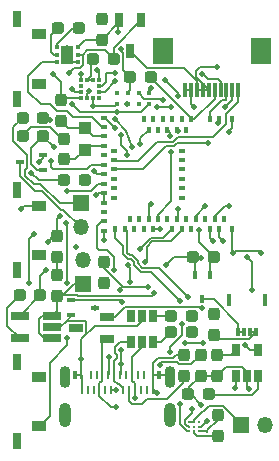
<source format=gbr>
%TF.GenerationSoftware,KiCad,Pcbnew,(5.99.0-8775-g06a515339c)*%
%TF.CreationDate,2021-03-27T13:48:36-04:00*%
%TF.ProjectId,mk2,6d6b322e-6b69-4636-9164-5f7063625858,rev?*%
%TF.SameCoordinates,Original*%
%TF.FileFunction,Copper,L1,Top*%
%TF.FilePolarity,Positive*%
%FSLAX46Y46*%
G04 Gerber Fmt 4.6, Leading zero omitted, Abs format (unit mm)*
G04 Created by KiCad (PCBNEW (5.99.0-8775-g06a515339c)) date 2021-03-27 13:48:36*
%MOMM*%
%LPD*%
G01*
G04 APERTURE LIST*
G04 Aperture macros list*
%AMRoundRect*
0 Rectangle with rounded corners*
0 $1 Rounding radius*
0 $2 $3 $4 $5 $6 $7 $8 $9 X,Y pos of 4 corners*
0 Add a 4 corners polygon primitive as box body*
4,1,4,$2,$3,$4,$5,$6,$7,$8,$9,$2,$3,0*
0 Add four circle primitives for the rounded corners*
1,1,$1+$1,$2,$3*
1,1,$1+$1,$4,$5*
1,1,$1+$1,$6,$7*
1,1,$1+$1,$8,$9*
0 Add four rect primitives between the rounded corners*
20,1,$1+$1,$2,$3,$4,$5,0*
20,1,$1+$1,$4,$5,$6,$7,0*
20,1,$1+$1,$6,$7,$8,$9,0*
20,1,$1+$1,$8,$9,$2,$3,0*%
G04 Aperture macros list end*
%TA.AperFunction,SMDPad,CuDef*%
%ADD10R,0.250000X0.750000*%
%TD*%
%TA.AperFunction,SMDPad,CuDef*%
%ADD11R,0.300000X0.750000*%
%TD*%
%TA.AperFunction,ComponentPad*%
%ADD12O,0.925000X1.850000*%
%TD*%
%TA.AperFunction,ComponentPad*%
%ADD13O,1.025000X2.050000*%
%TD*%
%TA.AperFunction,SMDPad,CuDef*%
%ADD14RoundRect,0.237500X0.287500X0.237500X-0.287500X0.237500X-0.287500X-0.237500X0.287500X-0.237500X0*%
%TD*%
%TA.AperFunction,SMDPad,CuDef*%
%ADD15RoundRect,0.237500X-0.237500X0.287500X-0.237500X-0.287500X0.237500X-0.287500X0.237500X0.287500X0*%
%TD*%
%TA.AperFunction,SMDPad,CuDef*%
%ADD16C,0.229500*%
%TD*%
%TA.AperFunction,SMDPad,CuDef*%
%ADD17RoundRect,0.237500X0.237500X-0.287500X0.237500X0.287500X-0.237500X0.287500X-0.237500X-0.287500X0*%
%TD*%
%TA.AperFunction,SMDPad,CuDef*%
%ADD18R,0.300000X0.350000*%
%TD*%
%TA.AperFunction,SMDPad,CuDef*%
%ADD19R,0.350000X0.300000*%
%TD*%
%TA.AperFunction,SMDPad,CuDef*%
%ADD20R,0.400000X0.600000*%
%TD*%
%TA.AperFunction,SMDPad,CuDef*%
%ADD21R,0.600000X0.400000*%
%TD*%
%TA.AperFunction,SMDPad,CuDef*%
%ADD22R,0.650000X1.060000*%
%TD*%
%TA.AperFunction,SMDPad,CuDef*%
%ADD23R,1.220000X0.650000*%
%TD*%
%TA.AperFunction,SMDPad,CuDef*%
%ADD24R,0.700000X0.450000*%
%TD*%
%TA.AperFunction,SMDPad,CuDef*%
%ADD25R,0.650000X1.220000*%
%TD*%
%TA.AperFunction,SMDPad,CuDef*%
%ADD26R,1.270000X0.900000*%
%TD*%
%TA.AperFunction,SMDPad,CuDef*%
%ADD27R,0.800000X1.450000*%
%TD*%
%TA.AperFunction,SMDPad,CuDef*%
%ADD28R,0.300000X1.300000*%
%TD*%
%TA.AperFunction,SMDPad,CuDef*%
%ADD29R,1.800000X2.200000*%
%TD*%
%TA.AperFunction,SMDPad,CuDef*%
%ADD30R,0.300000X0.700000*%
%TD*%
%TA.AperFunction,SMDPad,CuDef*%
%ADD31R,0.300000X1.000000*%
%TD*%
%TA.AperFunction,SMDPad,CuDef*%
%ADD32RoundRect,0.237500X-0.287500X-0.237500X0.287500X-0.237500X0.287500X0.237500X-0.287500X0.237500X0*%
%TD*%
%TA.AperFunction,SMDPad,CuDef*%
%ADD33R,0.400000X0.420000*%
%TD*%
%TA.AperFunction,ComponentPad*%
%ADD34R,1.350000X1.350000*%
%TD*%
%TA.AperFunction,ComponentPad*%
%ADD35O,1.350000X1.350000*%
%TD*%
%TA.AperFunction,SMDPad,CuDef*%
%ADD36R,0.450000X0.700000*%
%TD*%
%TA.AperFunction,SMDPad,CuDef*%
%ADD37RoundRect,0.093750X0.093750X0.106250X-0.093750X0.106250X-0.093750X-0.106250X0.093750X-0.106250X0*%
%TD*%
%TA.AperFunction,ComponentPad*%
%ADD38C,0.500000*%
%TD*%
%TA.AperFunction,SMDPad,CuDef*%
%ADD39R,1.000000X1.600000*%
%TD*%
%TA.AperFunction,SMDPad,CuDef*%
%ADD40R,1.100000X1.050000*%
%TD*%
%TA.AperFunction,SMDPad,CuDef*%
%ADD41R,1.560000X0.650000*%
%TD*%
%TA.AperFunction,ViaPad*%
%ADD42C,0.500000*%
%TD*%
%TA.AperFunction,Conductor*%
%ADD43C,0.130000*%
%TD*%
%TA.AperFunction,Conductor*%
%ADD44C,0.200000*%
%TD*%
G04 APERTURE END LIST*
D10*
%TO.P,J2,B12,GNDB__1*%
%TO.N,GND*%
X18500000Y-44775000D03*
%TO.P,J2,B11,RX1_P*%
%TO.N,N/C*%
X19000000Y-44775000D03*
%TO.P,J2,B10,RX1_N*%
X19500000Y-44775000D03*
%TO.P,J2,B9,VBUS_B__1*%
%TO.N,VUSB*%
X20000000Y-44775000D03*
%TO.P,J2,B8,SBU2*%
%TO.N,N/C*%
X20500000Y-44775000D03*
%TO.P,J2,B7,DB_N*%
%TO.N,USB_DN_EXT*%
X21000000Y-44775000D03*
%TO.P,J2,B6,DB_P*%
%TO.N,USB_DP_EXT*%
X22000000Y-44775000D03*
%TO.P,J2,B5,CC2*%
%TO.N,Net-(R11-Pad1)*%
X22500000Y-44775000D03*
%TO.P,J2,B4,VBUS_B*%
%TO.N,VUSB*%
X23000000Y-44775000D03*
%TO.P,J2,B3,TX2_N*%
%TO.N,N/C*%
X23500000Y-44775000D03*
%TO.P,J2,B2,TX2_P*%
X24000000Y-44775000D03*
%TO.P,J2,B1,GNDB*%
%TO.N,GND*%
X24500000Y-44775000D03*
%TO.P,J2,A12,GNDA__1*%
X24550000Y-43525000D03*
%TO.P,J2,A11,RX2_P*%
%TO.N,N/C*%
X23750000Y-43525000D03*
%TO.P,J2,A10,RX2_N*%
X23250000Y-43525000D03*
%TO.P,J2,A9,VBUS_A__1*%
%TO.N,VUSB*%
X22750000Y-43525000D03*
%TO.P,J2,A8,SBU1*%
%TO.N,N/C*%
X22250000Y-43525000D03*
%TO.P,J2,A7,DA_N*%
%TO.N,USB_DN_EXT*%
X21750000Y-43525000D03*
%TO.P,J2,A6,DA_P*%
%TO.N,USB_DP_EXT*%
X21250000Y-43525000D03*
%TO.P,J2,A5,CC1*%
%TO.N,Net-(R12-Pad2)*%
X20750000Y-43525000D03*
%TO.P,J2,A4,VBUS_A*%
%TO.N,VUSB*%
X20250000Y-43525000D03*
%TO.P,J2,A3,TX1_N*%
%TO.N,N/C*%
X19750000Y-43525000D03*
%TO.P,J2,A2,TX1_P*%
X19250000Y-43525000D03*
%TO.P,J2,A1,GNDA*%
%TO.N,GND*%
X18450000Y-43525000D03*
D11*
%TO.P,J2,G2,GND__1*%
X25050000Y-43525000D03*
%TO.P,J2,G1,GND*%
X17950000Y-43525000D03*
D12*
%TO.P,J2,S4,SHIELD__3*%
X25950000Y-43700000D03*
%TO.P,J2,S3,SHIELD__2*%
X17050000Y-43700000D03*
D13*
%TO.P,J2,S2,SHIELD__1*%
X25950000Y-46900000D03*
%TO.P,J2,S1,SHIELD*%
X17050000Y-46900000D03*
%TD*%
D14*
%TO.P,R4,1*%
%TO.N,Net-(IC1-Pad35)*%
X27799000Y-39878000D03*
%TO.P,R4,2*%
%TO.N,USB_DP*%
X26049000Y-39878000D03*
%TD*%
%TO.P,R13,1*%
%TO.N,BACKLIGHT*%
X29704000Y-33528000D03*
%TO.P,R13,2*%
%TO.N,GND*%
X27954000Y-33528000D03*
%TD*%
D15*
%TO.P,R14,1*%
%TO.N,VIN*%
X29718000Y-38368000D03*
%TO.P,R14,2*%
%TO.N,Net-(J4-Pad1)*%
X29718000Y-40118000D03*
%TD*%
D16*
%TO.P,U6,A1,TH*%
%TO.N,+BATT*%
X27600000Y-47477000D03*
%TO.P,U6,A2,BATT*%
X28000000Y-47477000D03*
%TO.P,U6,A3,NC*%
%TO.N,N/C*%
X28400000Y-47477000D03*
%TO.P,U6,B1,SCL*%
%TO.N,SCL*%
X27600000Y-47877000D03*
%TO.P,U6,B2,~ALRT~*%
%TO.N,N/C*%
X28000000Y-47877000D03*
%TO.P,U6,B3,SYS*%
%TO.N,BATTPOW*%
X28400000Y-47877000D03*
%TO.P,U6,C1,SDA*%
%TO.N,SDA*%
X27600000Y-48277000D03*
%TO.P,U6,C2,REG*%
%TO.N,Net-(C10-Pad1)*%
X28000000Y-48277000D03*
%TO.P,U6,C3,GND*%
%TO.N,GND*%
X28400000Y-48277000D03*
%TD*%
D17*
%TO.P,C4,1*%
%TO.N,VIN*%
X16383000Y-36816000D03*
%TO.P,C4,2*%
%TO.N,GND*%
X16383000Y-35066000D03*
%TD*%
D14*
%TO.P,C9,1*%
%TO.N,LCD_DISP*%
X24370000Y-18288000D03*
%TO.P,C9,2*%
%TO.N,GND*%
X22620000Y-18288000D03*
%TD*%
D17*
%TO.P,C8,1*%
%TO.N,+5V*%
X20193000Y-15099000D03*
%TO.P,C8,2*%
%TO.N,GND*%
X20193000Y-13349000D03*
%TD*%
D18*
%TO.P,U4,1,SDO*%
%TO.N,GND*%
X18427000Y-20079000D03*
%TO.P,U4,2,SDX*%
%TO.N,SDA*%
X18927000Y-20079000D03*
%TO.P,U4,3,VDDIO*%
%TO.N,VCC*%
X19427000Y-20079000D03*
%TO.P,U4,4*%
%TO.N,N/C*%
X19927000Y-20079000D03*
D19*
%TO.P,U4,5,INT1*%
%TO.N,ACCELINT1*%
X19952000Y-19554000D03*
%TO.P,U4,6,INT2*%
%TO.N,ACCELINT2*%
X19952000Y-19054000D03*
D18*
%TO.P,U4,7,VDD*%
%TO.N,VCC*%
X19927000Y-18529000D03*
%TO.P,U4,8,GNDIO*%
%TO.N,GND*%
X19427000Y-18529000D03*
%TO.P,U4,9,GND*%
X18927000Y-18529000D03*
%TO.P,U4,10,~CSB~*%
%TO.N,VCC*%
X18427000Y-18529000D03*
D19*
%TO.P,U4,11*%
%TO.N,N/C*%
X18402000Y-19054000D03*
%TO.P,U4,12,SCX*%
%TO.N,SCL*%
X18402000Y-19554000D03*
%TD*%
D14*
%TO.P,R15,1*%
%TO.N,BUZZER*%
X15250000Y-23250000D03*
%TO.P,R15,2*%
%TO.N,GND*%
X13500000Y-23250000D03*
%TD*%
D20*
%TO.P,IC1,1,GND_1*%
%TO.N,GND*%
X31250000Y-21850000D03*
%TO.P,IC1,2,GND_2*%
X30150000Y-21850000D03*
%TO.P,IC1,3,P1.10*%
%TO.N,LCD_CS*%
X29350000Y-21850000D03*
%TO.P,IC1,4,P1.11*%
%TO.N,LCD_DISP*%
X27750000Y-21850000D03*
%TO.P,IC1,5,P1.12*%
%TO.N,N/C*%
X27350000Y-22750000D03*
%TO.P,IC1,6,P1.13*%
X26950000Y-21850000D03*
%TO.P,IC1,7,P1.14*%
%TO.N,ACCELINT1*%
X26550000Y-22750000D03*
%TO.P,IC1,8,P1.15*%
%TO.N,N/C*%
X26150000Y-21850000D03*
%TO.P,IC1,9,P0.03*%
%TO.N,ACCELINT2*%
X25750000Y-22750000D03*
%TO.P,IC1,10,P0.29*%
%TO.N,N/C*%
X25350000Y-21850000D03*
%TO.P,IC1,11,P0.02*%
X24950000Y-22750000D03*
%TO.P,IC1,12,P0.31*%
X24550000Y-21850000D03*
%TO.P,IC1,13,P0.28*%
%TO.N,BUZZER*%
X24150000Y-22750000D03*
%TO.P,IC1,14,P0.30*%
%TO.N,N/C*%
X23750000Y-21850000D03*
D21*
%TO.P,IC1,15,GND_3*%
%TO.N,GND*%
X20350000Y-21700000D03*
%TO.P,IC1,16,P0.27*%
%TO.N,5VREG_EN*%
X20350000Y-22500000D03*
%TO.P,IC1,17,P0.00/XL1*%
%TO.N,/XL1*%
X20350000Y-23300000D03*
%TO.P,IC1,18,P0.01/XL2*%
%TO.N,/XL2*%
X20350000Y-24100000D03*
%TO.P,IC1,19,P0.26*%
%TO.N,N/C*%
X21250000Y-24500000D03*
%TO.P,IC1,20,P0.04*%
X20350000Y-24900000D03*
%TO.P,IC1,21,P0.05*%
%TO.N,SPI_CLK*%
X21250000Y-25300000D03*
%TO.P,IC1,22,P0.06*%
%TO.N,BUTTON1*%
X20350000Y-25700000D03*
%TO.P,IC1,23,P0.07*%
%TO.N,SPI_MOSI*%
X21250000Y-26100000D03*
%TO.P,IC1,24,P0.08*%
%TO.N,BUTTON5*%
X20350000Y-26500000D03*
%TO.P,IC1,25,P1.08*%
%TO.N,N/C*%
X21250000Y-26900000D03*
%TO.P,IC1,26,P1.09*%
%TO.N,BUTTON3*%
X20350000Y-27300000D03*
%TO.P,IC1,27,P0.11*%
%TO.N,N/C*%
X21250000Y-27700000D03*
%TO.P,IC1,28,VDD*%
%TO.N,VCC*%
X20350000Y-28100000D03*
%TO.P,IC1,29,P0.12*%
%TO.N,N/C*%
X21250000Y-28500000D03*
%TO.P,IC1,30,VDDH*%
%TO.N,VCC*%
X20350000Y-28900000D03*
%TO.P,IC1,31,DCCH*%
%TO.N,N/C*%
X20350000Y-29700000D03*
%TO.P,IC1,32,VBUS*%
%TO.N,VUSB*%
X20350000Y-30500000D03*
%TO.P,IC1,33,GND_4*%
%TO.N,GND*%
X20350000Y-31300000D03*
D20*
%TO.P,IC1,34,D-*%
%TO.N,Net-(IC1-Pad34)*%
X21350000Y-31150000D03*
%TO.P,IC1,35,D+*%
%TO.N,Net-(IC1-Pad35)*%
X22150000Y-31150000D03*
%TO.P,IC1,36,P0.14*%
%TO.N,N/C*%
X22550000Y-30250000D03*
%TO.P,IC1,37,P0.13*%
X22950000Y-31150000D03*
%TO.P,IC1,38,P0.16*%
X23350000Y-30250000D03*
%TO.P,IC1,39,P0.15*%
X23750000Y-31150000D03*
%TO.P,IC1,40,P0.18/RESET*%
%TO.N,RST*%
X24150000Y-30250000D03*
%TO.P,IC1,41,P0.17*%
%TO.N,RTCIRQ*%
X24550000Y-31150000D03*
%TO.P,IC1,42,P0.19*%
%TO.N,SQW*%
X24950000Y-30250000D03*
%TO.P,IC1,43,P0.21*%
%TO.N,N/C*%
X25750000Y-30250000D03*
%TO.P,IC1,44,P0.20*%
%TO.N,SDA*%
X26150000Y-31150000D03*
%TO.P,IC1,45,P0.23*%
%TO.N,BACKLIGHT*%
X26550000Y-30250000D03*
%TO.P,IC1,46,P0.22*%
%TO.N,SCL*%
X26950000Y-31150000D03*
%TO.P,IC1,47,P1.00*%
%TO.N,N/C*%
X27350000Y-30250000D03*
%TO.P,IC1,48,P0.24*%
X27750000Y-31150000D03*
%TO.P,IC1,49,P0.25*%
%TO.N,FLASHLIGHT*%
X28150000Y-30250000D03*
%TO.P,IC1,50,P1.02*%
%TO.N,N/C*%
X28950000Y-30250000D03*
%TO.P,IC1,51,SWDIO*%
%TO.N,SWDIO*%
X29350000Y-31150000D03*
%TO.P,IC1,52,P0.09/NFC1*%
%TO.N,CHGNG*%
X29750000Y-30250000D03*
%TO.P,IC1,53,SWDCLK*%
%TO.N,SWDCLK*%
X30150000Y-31150000D03*
%TO.P,IC1,54,P0.10/NFC2*%
%TO.N,N/C*%
X30550000Y-30250000D03*
%TO.P,IC1,55,GND_5*%
%TO.N,GND*%
X31250000Y-31150000D03*
D21*
%TO.P,IC1,56,P1.04*%
%TO.N,N/C*%
X26950000Y-24500000D03*
%TO.P,IC1,57,P1.06*%
X26950000Y-25300000D03*
%TO.P,IC1,58,P1.07*%
X26950000Y-26100000D03*
%TO.P,IC1,59,P1.05*%
X26950000Y-26900000D03*
%TO.P,IC1,60,P1.03*%
X26950000Y-27700000D03*
%TO.P,IC1,61,P1.01*%
X26950000Y-28500000D03*
%TD*%
D22*
%TO.P,U3,1,STAT*%
%TO.N,CHGNG*%
X31550000Y-43600000D03*
%TO.P,U3,2,VSS*%
%TO.N,GND*%
X32500000Y-43600000D03*
%TO.P,U3,3,VBAT*%
%TO.N,BATTPOW*%
X33450000Y-43600000D03*
%TO.P,U3,4,VDD*%
%TO.N,VUSB*%
X33450000Y-41400000D03*
%TO.P,U3,5,PROG*%
%TO.N,Net-(R9-Pad1)*%
X31550000Y-41400000D03*
%TD*%
D17*
%TO.P,C10,1*%
%TO.N,Net-(C10-Pad1)*%
X30000000Y-48627000D03*
%TO.P,C10,2*%
%TO.N,GND*%
X30000000Y-46877000D03*
%TD*%
D23*
%TO.P,D1,1,A*%
%TO.N,VUSB*%
X20620000Y-40450000D03*
%TO.P,D1,2,A*%
%TO.N,BATTPOW*%
X20620000Y-38550000D03*
%TO.P,D1,3,K*%
%TO.N,Net-(D1-Pad3)*%
X18000000Y-39500000D03*
%TD*%
D24*
%TO.P,Q4,1,G*%
%TO.N,BUZZER*%
X15250000Y-26150000D03*
%TO.P,Q4,2,S*%
%TO.N,GND*%
X15250000Y-24850000D03*
%TO.P,Q4,3,D*%
%TO.N,Net-(J3-Pad2)*%
X13250000Y-25500000D03*
%TD*%
D14*
%TO.P,C20,1*%
%TO.N,BATTPOW*%
X29250000Y-45127000D03*
%TO.P,C20,2*%
%TO.N,GND*%
X27500000Y-45127000D03*
%TD*%
D22*
%TO.P,U5,1,CH1Out*%
%TO.N,USB_DN*%
X24572000Y-38524000D03*
%TO.P,U5,2,GND*%
%TO.N,GND*%
X23622000Y-38524000D03*
%TO.P,U5,3,CH1In*%
%TO.N,USB_DN_EXT*%
X22672000Y-38524000D03*
%TO.P,U5,4,CH2Int*%
%TO.N,USB_DP_EXT*%
X22672000Y-40724000D03*
%TO.P,U5,5,VCC*%
%TO.N,VUSB*%
X23622000Y-40724000D03*
%TO.P,U5,6,CH2Out*%
%TO.N,USB_DP*%
X24572000Y-40724000D03*
%TD*%
D25*
%TO.P,D2,1,A*%
%TO.N,VIN*%
X23556000Y-13422000D03*
%TO.P,D2,2,A*%
%TO.N,+5V*%
X21656000Y-13422000D03*
%TO.P,D2,3,K*%
%TO.N,DISP_POWER*%
X22606000Y-16042000D03*
%TD*%
D26*
%TO.P,SW2,1,1*%
%TO.N,GND*%
X14885000Y-14650000D03*
%TO.P,SW2,2,2*%
%TO.N,BUTTON1*%
X14885000Y-18850000D03*
D27*
%TO.P,SW2,3*%
%TO.N,N/C*%
X13000000Y-13375000D03*
%TO.P,SW2,4*%
X13000000Y-20125000D03*
%TD*%
D28*
%TO.P,J1,1,Pin_1*%
%TO.N,SPI_CLK*%
X31750000Y-19350000D03*
%TO.P,J1,2,Pin_2*%
%TO.N,SPI_MOSI*%
X31250000Y-19350000D03*
%TO.P,J1,3,Pin_3*%
%TO.N,LCD_CS*%
X30750000Y-19350000D03*
%TO.P,J1,4,Pin_4*%
%TO.N,SQW*%
X30250000Y-19350000D03*
%TO.P,J1,5,Pin_5*%
%TO.N,LCD_DISP*%
X29750000Y-19350000D03*
%TO.P,J1,6,Pin_6*%
%TO.N,DISP_POWER*%
X29250000Y-19350000D03*
%TO.P,J1,7,Pin_7*%
X28750000Y-19350000D03*
%TO.P,J1,8,Pin_8*%
X28250000Y-19350000D03*
%TO.P,J1,9,Pin_9*%
%TO.N,GND*%
X27750000Y-19350000D03*
%TO.P,J1,10,Pin_10*%
X27250000Y-19350000D03*
D29*
%TO.P,J1,MP*%
%TO.N,N/C*%
X25350000Y-16100000D03*
X33650000Y-16100000D03*
%TD*%
D15*
%TO.P,R9,1*%
%TO.N,Net-(R9-Pad1)*%
X29972000Y-41797000D03*
%TO.P,R9,2*%
%TO.N,GND*%
X29972000Y-43547000D03*
%TD*%
D30*
%TO.P,J4,1,1*%
%TO.N,Net-(J4-Pad1)*%
X33250000Y-39825000D03*
%TO.P,J4,2,2*%
X32750000Y-39825000D03*
%TO.P,J4,3,3*%
%TO.N,Net-(J4-Pad3)*%
X32250000Y-39825000D03*
%TO.P,J4,4,4*%
X31750000Y-39825000D03*
D31*
%TO.P,J4,S1,SHIELD*%
%TO.N,N/C*%
X34040000Y-37175000D03*
%TO.P,J4,S2,SHIELD__1*%
X30960000Y-37175000D03*
%TD*%
D15*
%TO.P,C2,1*%
%TO.N,GND*%
X17000000Y-23500000D03*
%TO.P,C2,2*%
%TO.N,/XL2*%
X17000000Y-25250000D03*
%TD*%
D32*
%TO.P,C5,1*%
%TO.N,GND*%
X19445000Y-16764000D03*
%TO.P,C5,2*%
%TO.N,VIN*%
X21195000Y-16764000D03*
%TD*%
D33*
%TO.P,IC2,1,SDA*%
%TO.N,SDA*%
X24210000Y-19616000D03*
%TO.P,IC2,2,SQW*%
%TO.N,SQW*%
X23310000Y-19616000D03*
%TO.P,IC2,3,VSS*%
%TO.N,GND*%
X22410000Y-19616000D03*
%TO.P,IC2,4*%
%TO.N,N/C*%
X21510000Y-19616000D03*
%TO.P,IC2,5,VCC*%
%TO.N,VCC*%
X21510000Y-20516000D03*
%TO.P,IC2,6,~IRQ/OUT~*%
%TO.N,RTCIRQ*%
X22410000Y-20516000D03*
%TO.P,IC2,7*%
%TO.N,N/C*%
X23310000Y-20516000D03*
%TO.P,IC2,8,SCL*%
%TO.N,SCL*%
X24210000Y-20516000D03*
%TD*%
D34*
%TO.P,BT1,1,+*%
%TO.N,+BATT*%
X32000000Y-47750000D03*
D35*
%TO.P,BT1,2,-*%
%TO.N,GND*%
X34000000Y-47750000D03*
%TD*%
D15*
%TO.P,R2,1*%
%TO.N,FLASHLIGHT*%
X20400000Y-33925000D03*
%TO.P,R2,2*%
%TO.N,GND*%
X20400000Y-35675000D03*
%TD*%
D26*
%TO.P,SW4,1,1*%
%TO.N,GND*%
X14885000Y-43650000D03*
%TO.P,SW4,2,2*%
%TO.N,BUTTON3*%
X14885000Y-47850000D03*
D27*
%TO.P,SW4,3*%
%TO.N,N/C*%
X13000000Y-42375000D03*
%TO.P,SW4,4*%
X13000000Y-49125000D03*
%TD*%
D14*
%TO.P,C6,1*%
%TO.N,Net-(C6-Pad1)*%
X18274000Y-14097000D03*
%TO.P,C6,2*%
%TO.N,Net-(C6-Pad2)*%
X16524000Y-14097000D03*
%TD*%
D36*
%TO.P,Q3,1,G*%
%TO.N,BACKLIGHT*%
X29352000Y-35068000D03*
%TO.P,Q3,2,S*%
%TO.N,GND*%
X28052000Y-35068000D03*
%TO.P,Q3,3,D*%
%TO.N,Net-(J4-Pad3)*%
X28702000Y-37068000D03*
%TD*%
D37*
%TO.P,U1,1,GND*%
%TO.N,GND*%
X18140500Y-17033000D03*
%TO.P,U1,2,VIN*%
%TO.N,VIN*%
X18140500Y-16383000D03*
%TO.P,U1,3,VOUT*%
%TO.N,+5V*%
X18140500Y-15733000D03*
%TO.P,U1,4,CP+*%
%TO.N,Net-(C6-Pad1)*%
X16365500Y-15733000D03*
%TO.P,U1,5,CP-*%
%TO.N,Net-(C6-Pad2)*%
X16365500Y-16383000D03*
%TO.P,U1,6,ENA*%
%TO.N,5VREG_EN*%
X16365500Y-17033000D03*
D38*
%TO.P,U1,7,EP*%
%TO.N,GND*%
X17253000Y-15833000D03*
X17253000Y-16933000D03*
D39*
X17253000Y-16383000D03*
%TD*%
D40*
%TO.P,Y1,1,1*%
%TO.N,/XL2*%
X18750000Y-24425000D03*
%TO.P,Y1,2,2*%
%TO.N,/XL1*%
X18750000Y-22575000D03*
%TD*%
D15*
%TO.P,C7,1*%
%TO.N,VCC*%
X16383000Y-31764000D03*
%TO.P,C7,2*%
%TO.N,GND*%
X16383000Y-33514000D03*
%TD*%
D24*
%TO.P,Q1,1,G*%
%TO.N,FLASHLIGHT*%
X17600000Y-37150000D03*
%TO.P,Q1,2,S*%
%TO.N,GND*%
X17600000Y-38450000D03*
%TO.P,Q1,3,D*%
%TO.N,Net-(J6-Pad2)*%
X19600000Y-37800000D03*
%TD*%
D14*
%TO.P,R3,1*%
%TO.N,Net-(IC1-Pad34)*%
X27799000Y-38481000D03*
%TO.P,R3,2*%
%TO.N,USB_DN*%
X26049000Y-38481000D03*
%TD*%
D34*
%TO.P,J6,1,Pin_1*%
%TO.N,VIN*%
X18600000Y-35800000D03*
D35*
%TO.P,J6,2,Pin_2*%
%TO.N,Net-(J6-Pad2)*%
X18600000Y-33800000D03*
%TD*%
D17*
%TO.P,R11,1*%
%TO.N,Net-(R11-Pad1)*%
X27178000Y-43547000D03*
%TO.P,R11,2*%
%TO.N,GND*%
X27178000Y-41797000D03*
%TD*%
D14*
%TO.P,R16,1*%
%TO.N,VCC*%
X15250000Y-21750000D03*
%TO.P,R16,2*%
%TO.N,Net-(J3-Pad1)*%
X13500000Y-21750000D03*
%TD*%
%TO.P,C3,1*%
%TO.N,VCC*%
X18750000Y-27000000D03*
%TO.P,C3,2*%
%TO.N,GND*%
X17000000Y-27000000D03*
%TD*%
D26*
%TO.P,SW1,1,1*%
%TO.N,GND*%
X14885000Y-29150000D03*
%TO.P,SW1,2,2*%
%TO.N,BUTTON5*%
X14885000Y-33350000D03*
D27*
%TO.P,SW1,3*%
%TO.N,N/C*%
X13000000Y-27875000D03*
%TO.P,SW1,4*%
X13000000Y-34625000D03*
%TD*%
D34*
%TO.P,J3,1,Pin_1*%
%TO.N,Net-(J3-Pad1)*%
X18415000Y-28972000D03*
D35*
%TO.P,J3,2,Pin_2*%
%TO.N,Net-(J3-Pad2)*%
X18415000Y-30972000D03*
%TD*%
D17*
%TO.P,R12,1*%
%TO.N,GND*%
X28575000Y-43547000D03*
%TO.P,R12,2*%
%TO.N,Net-(R12-Pad2)*%
X28575000Y-41797000D03*
%TD*%
D41*
%TO.P,U2,1,VIN*%
%TO.N,VIN*%
X15950000Y-40400000D03*
%TO.P,U2,2,GND*%
%TO.N,GND*%
X15950000Y-39450000D03*
%TO.P,U2,3,EN*%
%TO.N,VIN*%
X15950000Y-38500000D03*
%TO.P,U2,4,FB*%
%TO.N,VCC*%
X13250000Y-38500000D03*
%TO.P,U2,5,SW*%
%TO.N,Net-(L1-Pad1)*%
X13250000Y-40400000D03*
%TD*%
D32*
%TO.P,L1,1,1*%
%TO.N,Net-(L1-Pad1)*%
X13250000Y-36750000D03*
%TO.P,L1,2,2*%
%TO.N,VCC*%
X15000000Y-36750000D03*
%TD*%
D15*
%TO.P,C1,1*%
%TO.N,GND*%
X16750000Y-20250000D03*
%TO.P,C1,2*%
%TO.N,/XL1*%
X16750000Y-22000000D03*
%TD*%
D42*
%TO.N,GND*%
X33655000Y-33172400D03*
X20269200Y-13258800D03*
X14909800Y-25425400D03*
X14986000Y-14478000D03*
X20421600Y-32054800D03*
X18449968Y-42150032D03*
X21336000Y-22606000D03*
X30073600Y-22148800D03*
X16967200Y-23317200D03*
X27200000Y-41800000D03*
X20400000Y-35600000D03*
X28586081Y-33568972D03*
X32639000Y-44704000D03*
X28575000Y-43547000D03*
X13614400Y-23418800D03*
X21831000Y-15937999D03*
X30073600Y-43561000D03*
X14224000Y-26365200D03*
X24900000Y-45000000D03*
X25600000Y-34200000D03*
X28600000Y-46000000D03*
X16052800Y-18034000D03*
X31292800Y-33172400D03*
X30175200Y-46812200D03*
X17983200Y-32664400D03*
X16383000Y-35066000D03*
X19304000Y-16764000D03*
X15000000Y-43600000D03*
X27990800Y-20777200D03*
X13335000Y-29464000D03*
X30937200Y-22910800D03*
%TO.N,VCC*%
X19822694Y-17679875D03*
X15487056Y-34588825D03*
X22301200Y-24892000D03*
X18750000Y-27000000D03*
X16662400Y-30022800D03*
X15825000Y-21925392D03*
X15600000Y-32200000D03*
X19456400Y-20726400D03*
X21793200Y-23164800D03*
X18427000Y-18020600D03*
X19685000Y-28270200D03*
%TO.N,VIN*%
X14000000Y-35750000D03*
X14419999Y-31580001D03*
X24638000Y-36576000D03*
X15950000Y-38500000D03*
X17399000Y-17907000D03*
X29718000Y-38368000D03*
X16383000Y-36816000D03*
%TO.N,BATTPOW*%
X29250000Y-45127000D03*
X29075147Y-47396517D03*
X28702000Y-37868002D03*
%TO.N,VUSB*%
X32325002Y-41000000D03*
X28800009Y-40800000D03*
X23665010Y-40724000D03*
X21249148Y-34630852D03*
X27200000Y-40800000D03*
X21400000Y-46200000D03*
X20620000Y-40450000D03*
X22999617Y-45416901D03*
%TO.N,Net-(IC1-Pad34)*%
X26797000Y-37211000D03*
X27799000Y-38481000D03*
%TO.N,Net-(IC1-Pad35)*%
X27483838Y-36855038D03*
X27799000Y-39878000D03*
%TO.N,RST*%
X24341010Y-28998990D03*
%TO.N,SWDIO*%
X29591000Y-32131000D03*
%TO.N,SWDCLK*%
X30480000Y-32131000D03*
%TO.N,SQW*%
X28702000Y-18034000D03*
X26070863Y-24643340D03*
X25400000Y-20193000D03*
%TO.N,SDA*%
X26814872Y-45995290D03*
X19123667Y-19480928D03*
X23400000Y-32800000D03*
X22758400Y-24180800D03*
X21323702Y-21854327D03*
X24333200Y-19202400D03*
%TO.N,RTCIRQ*%
X22352000Y-20574000D03*
X25146000Y-31115000D03*
%TO.N,SCL*%
X26991028Y-39192882D03*
X23876000Y-33909000D03*
X21452997Y-21219003D03*
X22390798Y-34190798D03*
X17673385Y-20594010D03*
X25979659Y-41521428D03*
X17653000Y-19304000D03*
X27800000Y-46400000D03*
X22600000Y-35600000D03*
%TO.N,BACKLIGHT*%
X26670000Y-29464000D03*
X28440990Y-31195332D03*
%TO.N,BUZZER*%
X16118817Y-24224193D03*
X23446133Y-23976758D03*
%TO.N,CHGNG*%
X32893000Y-36307000D03*
X30988000Y-29210000D03*
X31496000Y-44577000D03*
X32492000Y-33508000D03*
%TO.N,SPI_MOSI*%
X29210000Y-23876000D03*
X30607000Y-20828000D03*
%TO.N,BUTTON1*%
X14885000Y-18850000D03*
X15890675Y-25418525D03*
%TO.N,BUTTON5*%
X19536732Y-26267732D03*
X14885009Y-33350000D03*
%TO.N,BUTTON3*%
X17200000Y-30600000D03*
X17272000Y-35728000D03*
X17272000Y-27925000D03*
X17272000Y-40328000D03*
%TO.N,DISP_POWER*%
X29972000Y-17429000D03*
%TO.N,ACCELINT2*%
X24892000Y-20828000D03*
X26035000Y-20828000D03*
X21336000Y-17907000D03*
X25965209Y-23283318D03*
%TO.N,ACCELINT1*%
X25553943Y-18548721D03*
X26653168Y-22843168D03*
X21336000Y-18643600D03*
X26635326Y-19896775D03*
%TO.N,+5V*%
X21590000Y-14478000D03*
%TO.N,USB_DN_EXT*%
X21800000Y-41400000D03*
X21400000Y-44800000D03*
X22672000Y-38524000D03*
X21800000Y-42600000D03*
%TO.N,FLASHLIGHT*%
X21714158Y-36301245D03*
X21900000Y-37300000D03*
X24130000Y-36068000D03*
X28956000Y-29210000D03*
%TO.N,Net-(D1-Pad3)*%
X18000000Y-39500000D03*
%TO.N,Net-(R12-Pad2)*%
X20800000Y-42000000D03*
X25111855Y-42616481D03*
%TO.N,Net-(J6-Pad2)*%
X19600000Y-37800000D03*
%TD*%
D43*
%TO.N,GND*%
X25050000Y-43525000D02*
X25775000Y-43525000D01*
X25775000Y-43525000D02*
X25950000Y-43700000D01*
X24550000Y-43525000D02*
X25050000Y-43525000D01*
X17950000Y-43525000D02*
X18450000Y-43525000D01*
X18449968Y-43491068D02*
X18449968Y-42150032D01*
X23622000Y-38906020D02*
X23209009Y-39319011D01*
X27727000Y-45127000D02*
X28600000Y-46000000D01*
X14240020Y-22509980D02*
X13500000Y-23250000D01*
X31250000Y-22598000D02*
X30937200Y-22910800D01*
X18822009Y-38909989D02*
X17209989Y-38909989D01*
X22620000Y-19406000D02*
X22410000Y-19616000D01*
X27250000Y-19350000D02*
X27750000Y-19350000D01*
X31242000Y-31599952D02*
X31242000Y-33121600D01*
X31250000Y-31591952D02*
X31242000Y-31599952D01*
X18427000Y-20079000D02*
X16921000Y-20079000D01*
X17600000Y-38519978D02*
X17209989Y-38909989D01*
X27178000Y-41797000D02*
X26466304Y-41797000D01*
X31250000Y-21850000D02*
X31250000Y-22598000D01*
X19304000Y-18152000D02*
X19304000Y-16764000D01*
X30150000Y-22072400D02*
X30073600Y-22148800D01*
X21831000Y-15937999D02*
X21831000Y-16015000D01*
X16507301Y-23192301D02*
X15824980Y-22509980D01*
X24963561Y-42036439D02*
X24550032Y-42449968D01*
X27500000Y-45127000D02*
X27500000Y-44636000D01*
X24641068Y-44741068D02*
X24900000Y-45000000D01*
X31242000Y-33121600D02*
X31292800Y-33172400D01*
X27750000Y-20536400D02*
X27990800Y-20777200D01*
X19427000Y-18529000D02*
X18927000Y-18529000D01*
X15824980Y-22509980D02*
X14240020Y-22509980D01*
X26272000Y-33528000D02*
X27954000Y-33528000D01*
X29125400Y-48277000D02*
X29133800Y-48285400D01*
X18499244Y-44741068D02*
X18499244Y-43540344D01*
X28052000Y-35068000D02*
X28052000Y-33626000D01*
X26226865Y-42036439D02*
X24963561Y-42036439D01*
X18449968Y-42150032D02*
X18449968Y-40462052D01*
X33475599Y-32992999D02*
X33655000Y-33172400D01*
X20430000Y-21700000D02*
X21336000Y-22606000D01*
X26466304Y-41797000D02*
X26226865Y-42036439D01*
X20350000Y-31300000D02*
X20350000Y-31983200D01*
X22620000Y-18288000D02*
X22620000Y-19406000D01*
X18030000Y-32711200D02*
X17983200Y-32664400D01*
X28400000Y-48277000D02*
X29125400Y-48277000D01*
X23209009Y-39319011D02*
X19593009Y-39319011D01*
X31472201Y-32992999D02*
X33475599Y-32992999D01*
X18875011Y-38962991D02*
X18822009Y-38909989D01*
X24550032Y-42449968D02*
X24550032Y-43491068D01*
X31292800Y-33172400D02*
X31472201Y-32992999D01*
X18875011Y-40037009D02*
X18875011Y-38962991D01*
X16750000Y-20250000D02*
X16750000Y-18731200D01*
X29133800Y-48158400D02*
X30000000Y-47292200D01*
X28545109Y-33528000D02*
X28586081Y-33568972D01*
X18449968Y-40462052D02*
X19593009Y-39319011D01*
X27750000Y-19350000D02*
X27750000Y-20536400D01*
X16383000Y-35066000D02*
X16383000Y-33514000D01*
X16669978Y-39450000D02*
X15950000Y-39450000D01*
X25600000Y-34200000D02*
X26272000Y-33528000D01*
X17000000Y-27000000D02*
X14858800Y-27000000D01*
X16750000Y-18731200D02*
X16052800Y-18034000D01*
X20400000Y-35675000D02*
X20400000Y-35600000D01*
X21985020Y-17717820D02*
X22555200Y-18288000D01*
X24499994Y-44741068D02*
X24641068Y-44741068D01*
X21985020Y-16244620D02*
X21985020Y-17717820D01*
X21831000Y-16015000D02*
X21793200Y-16052800D01*
X20350000Y-31983200D02*
X20421600Y-32054800D01*
X14858800Y-27000000D02*
X14224000Y-26365200D01*
X13649000Y-29150000D02*
X13335000Y-29464000D01*
X17209989Y-38909989D02*
X16669978Y-39450000D01*
X32500000Y-43600000D02*
X32500000Y-44565000D01*
X16967200Y-23317200D02*
X16507301Y-23192301D01*
X18140500Y-17033000D02*
X17353000Y-17033000D01*
X32500000Y-44565000D02*
X32639000Y-44704000D01*
X27500000Y-44636000D02*
X28575000Y-43561000D01*
X15250000Y-25085200D02*
X14909800Y-25425400D01*
X15250000Y-24850000D02*
X15250000Y-25085200D01*
X32500000Y-43217980D02*
X32082020Y-42800000D01*
X31250000Y-31150000D02*
X31250000Y-31591952D01*
X17600000Y-38450000D02*
X17600000Y-38519978D01*
X29133800Y-48285400D02*
X29133800Y-48158400D01*
X30719000Y-42800000D02*
X29972000Y-43547000D01*
X21793200Y-16052800D02*
X21985020Y-16244620D01*
X28575000Y-43561000D02*
X29958000Y-43561000D01*
X14885000Y-29150000D02*
X13649000Y-29150000D01*
X32082020Y-42800000D02*
X30719000Y-42800000D01*
X27954000Y-33528000D02*
X28545109Y-33528000D01*
X24550032Y-43491068D02*
X24550032Y-44691030D01*
X18927000Y-18529000D02*
X19304000Y-18152000D01*
%TO.N,+BATT*%
X28847201Y-46515001D02*
X28799952Y-46515001D01*
X28799952Y-46515001D02*
X28000000Y-47314953D01*
X28000000Y-47314953D02*
X28000000Y-47477000D01*
X29275222Y-46086980D02*
X28847201Y-46515001D01*
X32000000Y-47641328D02*
X30445652Y-46086980D01*
X27600000Y-47477000D02*
X28000000Y-47477000D01*
X30445652Y-46086980D02*
X29275222Y-46086980D01*
%TO.N,VCC*%
X16383000Y-31764000D02*
X16383000Y-30302200D01*
X19427000Y-20697000D02*
X19456400Y-20726400D01*
X16383000Y-30302200D02*
X16662400Y-30022800D01*
X20350000Y-28900000D02*
X20350000Y-28100000D01*
X21793200Y-24066180D02*
X21793200Y-23164800D01*
X22301200Y-24892000D02*
X22301200Y-24574180D01*
X22301200Y-24574180D02*
X21793200Y-24066180D01*
X19939000Y-18517000D02*
X19939000Y-18237020D01*
X15000000Y-35075881D02*
X15000000Y-36750000D01*
X15487056Y-34588825D02*
X15000000Y-35075881D01*
X19427000Y-20079000D02*
X19427000Y-20697000D01*
X18427000Y-18529000D02*
X18427000Y-18020600D01*
X15825000Y-21925392D02*
X15425392Y-21925392D01*
X19927000Y-18529000D02*
X19927000Y-17784181D01*
X21299600Y-20726400D02*
X19456400Y-20726400D01*
X15000000Y-36750000D02*
X13250000Y-38500000D01*
X21510000Y-20516000D02*
X21299600Y-20726400D01*
X16036000Y-31764000D02*
X15600000Y-32200000D01*
X19855200Y-28100000D02*
X19685000Y-28270200D01*
X19927000Y-17784181D02*
X19822694Y-17679875D01*
X20350000Y-28100000D02*
X19855200Y-28100000D01*
X16383000Y-31764000D02*
X16036000Y-31764000D01*
X18338800Y-17932400D02*
X18427000Y-18020600D01*
%TO.N,VIN*%
X15094000Y-38500000D02*
X15950000Y-38500000D01*
X17800401Y-17505599D02*
X18375279Y-17505599D01*
X16383000Y-36816000D02*
X16383000Y-38067000D01*
X16489011Y-36709989D02*
X18073000Y-36709989D01*
X15317980Y-40400000D02*
X14859000Y-39941020D01*
X14034989Y-35715011D02*
X14000000Y-35750000D01*
X20454980Y-16023980D02*
X18949348Y-16023980D01*
X18593020Y-17287858D02*
X18593020Y-16380308D01*
X14034989Y-31965011D02*
X14034989Y-35715011D01*
X21195000Y-16764000D02*
X21195000Y-15783000D01*
X18375279Y-17505599D02*
X18593020Y-17287858D01*
X18590328Y-16383000D02*
X18949348Y-16023980D01*
X24412000Y-36802000D02*
X24638000Y-36576000D01*
X14859000Y-39941020D02*
X14859000Y-38735000D01*
X18073000Y-36709989D02*
X18165011Y-36802000D01*
X17399000Y-17907000D02*
X17800401Y-17505599D01*
X16383000Y-38067000D02*
X15950000Y-38500000D01*
X14859000Y-38735000D02*
X15094000Y-38500000D01*
X14419999Y-31580001D02*
X14034989Y-31965011D01*
X17874000Y-35800000D02*
X16858000Y-36816000D01*
X16397000Y-36802000D02*
X16489011Y-36709989D01*
X18140500Y-16383000D02*
X18590328Y-16383000D01*
X16858000Y-36816000D02*
X16383000Y-36816000D01*
X21195000Y-16764000D02*
X20454980Y-16023980D01*
X21195000Y-15783000D02*
X23556000Y-13422000D01*
X18600000Y-35800000D02*
X17874000Y-35800000D01*
X18165011Y-36802000D02*
X24412000Y-36802000D01*
%TO.N,Net-(C10-Pad1)*%
X28217714Y-48656761D02*
X28000000Y-48439047D01*
X29970239Y-48656761D02*
X28217714Y-48656761D01*
X28000000Y-48439047D02*
X28000000Y-48277000D01*
%TO.N,BATTPOW*%
X21338202Y-38550000D02*
X22159213Y-37728989D01*
X33450000Y-44655202D02*
X32886201Y-45219001D01*
X28400000Y-47877000D02*
X28594664Y-47877000D01*
X20620000Y-38550000D02*
X21338202Y-38550000D01*
X28562987Y-37728989D02*
X28702000Y-37868002D01*
X28594664Y-47877000D02*
X29075147Y-47396517D01*
X32886201Y-45219001D02*
X29342001Y-45219001D01*
X33450000Y-43600000D02*
X33450000Y-44655202D01*
X22159213Y-37728989D02*
X28562987Y-37728989D01*
%TO.N,VUSB*%
X19967991Y-32927011D02*
X20627011Y-32927011D01*
X22750696Y-41977324D02*
X23622000Y-41106020D01*
X20250066Y-43967630D02*
X19999622Y-44218074D01*
X20250066Y-40819934D02*
X20620000Y-40450000D01*
X19999622Y-45264062D02*
X20935560Y-46200000D01*
X20627011Y-32927011D02*
X21249148Y-33549148D01*
X20172980Y-30500000D02*
X19784989Y-30887991D01*
X27200000Y-40800000D02*
X28800009Y-40800000D01*
X20935560Y-46200000D02*
X21400000Y-46200000D01*
X19999622Y-44218074D02*
X19999622Y-44741068D01*
X32725002Y-41400000D02*
X32325002Y-41000000D01*
X19784989Y-32744009D02*
X19967991Y-32927011D01*
X22999616Y-44218074D02*
X22999616Y-44741068D01*
X22750696Y-43491068D02*
X22750696Y-43969154D01*
X21249148Y-33549148D02*
X21249148Y-34630852D01*
X22750696Y-43969154D02*
X22999616Y-44218074D01*
X33450000Y-41400000D02*
X32725002Y-41400000D01*
X19784989Y-30887991D02*
X19784989Y-32744009D01*
X20250066Y-40819934D02*
X20250066Y-43491068D01*
X22999617Y-45416901D02*
X22999617Y-44741069D01*
X19999622Y-44741068D02*
X19999622Y-45264062D01*
X20250066Y-43491068D02*
X20250066Y-43967630D01*
X22750696Y-43491068D02*
X22750696Y-41977324D01*
%TO.N,Net-(IC1-Pad34)*%
X22413889Y-33675797D02*
X22637999Y-33675797D01*
X22014988Y-32600400D02*
X22014988Y-33276896D01*
X22905799Y-34167707D02*
X23492104Y-34754012D01*
X24340012Y-34754012D02*
X26797000Y-37211000D01*
X22905799Y-33943597D02*
X22905799Y-34167707D01*
X23492104Y-34754012D02*
X24340012Y-34754012D01*
X22014988Y-33276896D02*
X22413889Y-33675797D01*
X21350000Y-31150000D02*
X21350000Y-31935412D01*
X21350000Y-31935412D02*
X22014988Y-32600400D01*
X22637999Y-33675797D02*
X22905799Y-33943597D01*
%TO.N,Net-(IC1-Pad35)*%
X22550584Y-33345786D02*
X22774694Y-33345786D01*
X22344999Y-31344999D02*
X22344999Y-33140201D01*
X23628799Y-34424001D02*
X25052801Y-34424001D01*
X22344999Y-33140201D02*
X22550584Y-33345786D01*
X23235810Y-34031012D02*
X23628799Y-34424001D01*
X23235810Y-33806902D02*
X23235810Y-34031012D01*
X25052801Y-34424001D02*
X27483838Y-36855038D01*
X22774694Y-33345786D02*
X23235810Y-33806902D01*
X22150000Y-31150000D02*
X22344999Y-31344999D01*
%TO.N,RST*%
X24150000Y-30250000D02*
X24150000Y-29190000D01*
X24150000Y-29190000D02*
X24341010Y-28998990D01*
%TO.N,SWDIO*%
X29350000Y-31890000D02*
X29591000Y-32131000D01*
X29350000Y-31150000D02*
X29350000Y-31890000D01*
%TO.N,SWDCLK*%
X30150000Y-31150000D02*
X30150000Y-31801000D01*
X30150000Y-31801000D02*
X30480000Y-32131000D01*
%TO.N,SQW*%
X24950000Y-29914000D02*
X26070863Y-28793137D01*
X23784989Y-20090989D02*
X23310000Y-19616000D01*
X25400000Y-20193000D02*
X25297989Y-20090989D01*
X28776093Y-18034000D02*
X28702000Y-18034000D01*
X24950000Y-30250000D02*
X24950000Y-29914000D01*
X29177082Y-18434989D02*
X28776093Y-18034000D01*
X30250000Y-19350000D02*
X30250000Y-18662980D01*
X30250000Y-18662980D02*
X30022009Y-18434989D01*
X30022009Y-18434989D02*
X29177082Y-18434989D01*
X25297989Y-20090989D02*
X23784989Y-20090989D01*
X26070863Y-28793137D02*
X26070863Y-24643340D01*
%TO.N,SDA*%
X18927000Y-20079000D02*
X18927000Y-19677595D01*
X27600000Y-48277000D02*
X27441957Y-48277000D01*
X24362007Y-31882978D02*
X23410990Y-32833995D01*
X27441957Y-48277000D02*
X26800000Y-47635043D01*
X18927000Y-19677595D02*
X19123667Y-19480928D01*
X22274460Y-22805085D02*
X21323702Y-21854327D01*
X26800000Y-47635043D02*
X26800000Y-46010162D01*
X26150000Y-31150000D02*
X25417022Y-31882978D01*
X24210000Y-19616000D02*
X24210000Y-19325600D01*
X26800000Y-46010162D02*
X26814872Y-45995290D01*
X25417022Y-31882978D02*
X24362007Y-31882978D01*
X22758400Y-24180800D02*
X22274460Y-22805085D01*
X24210000Y-19325600D02*
X24333200Y-19202400D01*
%TO.N,RTCIRQ*%
X25111000Y-31150000D02*
X25146000Y-31115000D01*
X24550000Y-31150000D02*
X25111000Y-31150000D01*
%TO.N,SCL*%
X23506997Y-21219003D02*
X24210000Y-20516000D01*
X21452997Y-21219003D02*
X19827195Y-21219003D01*
X18320776Y-21241401D02*
X17673385Y-20594010D01*
X19827195Y-21219003D02*
X19804797Y-21241401D01*
X22600000Y-34400000D02*
X22390798Y-34190798D01*
X27579761Y-47856761D02*
X27417714Y-47856761D01*
X27220239Y-47294714D02*
X27800000Y-46714953D01*
X17903000Y-19554000D02*
X18402000Y-19554000D01*
X27417714Y-47856761D02*
X27220239Y-47659286D01*
X26024031Y-32162989D02*
X24479011Y-32162989D01*
X27220239Y-47659286D02*
X27220239Y-47294714D01*
X24010001Y-33774999D02*
X23876000Y-33909000D01*
X24479011Y-32162989D02*
X24010001Y-32631999D01*
X21600003Y-21219003D02*
X23506997Y-21219003D01*
X22600000Y-35600000D02*
X22600000Y-34400000D01*
X21452997Y-21219003D02*
X21600003Y-21219003D01*
X26991028Y-39192882D02*
X26991028Y-40142770D01*
X19804797Y-21241401D02*
X18320776Y-21241401D01*
X24010001Y-32631999D02*
X24010001Y-33774999D01*
X25979659Y-41154139D02*
X25979659Y-41521428D01*
X26991028Y-40142770D02*
X25979659Y-41154139D01*
X26950000Y-31237020D02*
X26024031Y-32162989D01*
X27800000Y-46714953D02*
X27800000Y-46400000D01*
X17653000Y-19304000D02*
X17903000Y-19554000D01*
D44*
%TO.N,USB_DP*%
X25203000Y-40724000D02*
X26049000Y-39878000D01*
X24572000Y-40724000D02*
X25203000Y-40724000D01*
%TO.N,USB_DN*%
X26049000Y-38481000D02*
X24615000Y-38481000D01*
D43*
%TO.N,Net-(L1-Pad1)*%
X12204989Y-37795011D02*
X12204989Y-39354989D01*
X13250000Y-36750000D02*
X12204989Y-37795011D01*
X12204989Y-39354989D02*
X13250000Y-40400000D01*
%TO.N,Net-(R9-Pad1)*%
X31153000Y-41797000D02*
X31550000Y-41400000D01*
X29972000Y-41797000D02*
X31153000Y-41797000D01*
%TO.N,BACKLIGHT*%
X29352000Y-35068000D02*
X29352000Y-33880000D01*
X28440990Y-32264990D02*
X28440990Y-31195332D01*
X26670000Y-29464000D02*
X26670000Y-30130000D01*
X29704000Y-33528000D02*
X28440990Y-32264990D01*
%TO.N,/XL1*%
X18750000Y-22575000D02*
X19475000Y-23300000D01*
X17325000Y-22575000D02*
X18750000Y-22575000D01*
X16750000Y-22000000D02*
X17325000Y-22575000D01*
X19475000Y-23300000D02*
X20350000Y-23300000D01*
%TO.N,/XL2*%
X17925000Y-25250000D02*
X18750000Y-24425000D01*
X19075000Y-24100000D02*
X20350000Y-24100000D01*
X17000000Y-25250000D02*
X17925000Y-25250000D01*
%TO.N,BUZZER*%
X23446133Y-23453867D02*
X23446133Y-23976758D01*
X24150000Y-22750000D02*
X23446133Y-23453867D01*
X14224000Y-25634999D02*
X14224000Y-24276000D01*
X14224000Y-24276000D02*
X15250000Y-23250000D01*
X15250000Y-26150000D02*
X14739001Y-26150000D01*
X14739001Y-26150000D02*
X14224000Y-25634999D01*
X15250000Y-23355376D02*
X16118817Y-24224193D01*
%TO.N,Net-(J3-Pad2)*%
X13250000Y-26620108D02*
X14569514Y-27939622D01*
X14569514Y-27939622D02*
X15144410Y-27939622D01*
X16712587Y-29507799D02*
X16950799Y-29507799D01*
X16950799Y-29507799D02*
X18415000Y-30972000D01*
X13250000Y-25500000D02*
X13250000Y-26620108D01*
X15144410Y-27939622D02*
X16712587Y-29507799D01*
%TO.N,Net-(J3-Pad1)*%
X12709980Y-23695652D02*
X12709980Y-22540020D01*
X13708999Y-26612401D02*
X13708999Y-26117999D01*
X15001505Y-27330011D02*
X14426609Y-27330011D01*
X16643494Y-28972000D02*
X15001505Y-27330011D01*
X13865011Y-25961987D02*
X13865011Y-24850683D01*
X13708999Y-26117999D02*
X13865011Y-25961987D01*
X12709980Y-22540020D02*
X13500000Y-21750000D01*
X18415000Y-28972000D02*
X16643494Y-28972000D01*
X14426609Y-27330011D02*
X13708999Y-26612401D01*
X13865011Y-24850683D02*
X12709980Y-23695652D01*
%TO.N,CHGNG*%
X30988000Y-29210000D02*
X30612980Y-29210000D01*
X32893000Y-33909000D02*
X32893000Y-36307000D01*
X31550000Y-43600000D02*
X31550000Y-44523000D01*
X30612980Y-29210000D02*
X29750000Y-30072980D01*
X31550000Y-44523000D02*
X31496000Y-44577000D01*
X32492000Y-33508000D02*
X32893000Y-33909000D01*
%TO.N,SPI_CLK*%
X31750000Y-20373202D02*
X31750000Y-19350000D01*
X26212410Y-23798319D02*
X26652560Y-23358169D01*
X26652560Y-23358169D02*
X29618851Y-23358169D01*
X30734000Y-22243020D02*
X30734000Y-21389202D01*
X30734000Y-21389202D02*
X31750000Y-20373202D01*
X23219003Y-25407001D02*
X24827685Y-23798319D01*
X21357001Y-25407001D02*
X23219003Y-25407001D01*
X24827685Y-23798319D02*
X26212410Y-23798319D01*
X29618851Y-23358169D02*
X30734000Y-22243020D01*
%TO.N,SPI_MOSI*%
X26601435Y-23876000D02*
X26349105Y-24128330D01*
X29210000Y-23876000D02*
X26601435Y-23876000D01*
X26349105Y-24128330D02*
X25633400Y-24128330D01*
X31250000Y-19350000D02*
X31250000Y-20185000D01*
X31250000Y-20185000D02*
X30607000Y-20828000D01*
X23661730Y-26100000D02*
X21250000Y-26100000D01*
X25633400Y-24128330D02*
X23661730Y-26100000D01*
%TO.N,LCD_DISP*%
X27750000Y-21850000D02*
X28027020Y-21850000D01*
X24370000Y-18388981D02*
X27750000Y-21768981D01*
X29750000Y-20127020D02*
X29750000Y-19350000D01*
X28027020Y-21850000D02*
X29750000Y-20127020D01*
%TO.N,LCD_CS*%
X29350000Y-21850000D02*
X29350000Y-21269798D01*
X30383799Y-20235999D02*
X30676005Y-20235999D01*
X30750000Y-20162004D02*
X30750000Y-19350000D01*
X30676005Y-20235999D02*
X30750000Y-20162004D01*
X29350000Y-21269798D02*
X30383799Y-20235999D01*
%TO.N,BUTTON1*%
X15890675Y-25898275D02*
X16032420Y-26040020D01*
X18917980Y-26040020D02*
X19258000Y-25700000D01*
X15890675Y-25418525D02*
X15890675Y-25898275D01*
X19258000Y-25700000D02*
X20350000Y-25700000D01*
X16032420Y-26040020D02*
X18917980Y-26040020D01*
%TO.N,BUTTON5*%
X19769000Y-26500000D02*
X19536732Y-26267732D01*
X20350000Y-26500000D02*
X19769000Y-26500000D01*
%TO.N,BUTTON3*%
X17272000Y-40984655D02*
X17272000Y-40328000D01*
X15785011Y-42471644D02*
X17272000Y-40984655D01*
X17272000Y-30672000D02*
X17272000Y-35728000D01*
X17272000Y-27925000D02*
X19267998Y-27925000D01*
X19892998Y-27300000D02*
X20350000Y-27300000D01*
X17272000Y-30672000D02*
X17200000Y-30600000D01*
X15785011Y-46949989D02*
X15785011Y-42471644D01*
X14885000Y-47850000D02*
X15785011Y-46949989D01*
X19267998Y-27925000D02*
X19892998Y-27300000D01*
%TO.N,DISP_POWER*%
X28186999Y-18286999D02*
X28186999Y-17786799D01*
X28250000Y-19350000D02*
X28250000Y-18572980D01*
X28250000Y-18572980D02*
X27142031Y-17465011D01*
X28544798Y-17429000D02*
X29972000Y-17429000D01*
X28186999Y-17786799D02*
X28544798Y-17429000D01*
X27142031Y-17465011D02*
X24029011Y-17465011D01*
X24029011Y-17465011D02*
X22606000Y-16042000D01*
X29250000Y-19350000D02*
X28186999Y-18286999D01*
X29250000Y-19350000D02*
X28250000Y-19350000D01*
%TO.N,Net-(J4-Pad3)*%
X29653672Y-37068000D02*
X28702000Y-37068000D01*
X31750000Y-39825000D02*
X31750000Y-39164328D01*
X31750000Y-39164328D02*
X29653672Y-37068000D01*
X32250000Y-39825000D02*
X31750000Y-39825000D01*
%TO.N,Net-(J4-Pad1)*%
X32634989Y-40440011D02*
X33250000Y-39825000D01*
X33250000Y-39825000D02*
X32750000Y-39825000D01*
X30040011Y-40440011D02*
X32634989Y-40440011D01*
%TO.N,ACCELINT2*%
X25965209Y-22965209D02*
X25750000Y-22750000D01*
X19952000Y-19054000D02*
X20204020Y-19054000D01*
X24892000Y-20828000D02*
X26035000Y-20828000D01*
X20574000Y-18684020D02*
X20574000Y-17907000D01*
X25965209Y-23283318D02*
X25965209Y-22965209D01*
X20574000Y-17907000D02*
X21336000Y-17907000D01*
X20204020Y-19054000D02*
X20574000Y-18684020D01*
%TO.N,ACCELINT1*%
X20425600Y-19554000D02*
X19952000Y-19554000D01*
X26635326Y-19896775D02*
X26635326Y-19630104D01*
X21336000Y-18643600D02*
X20425600Y-19554000D01*
X26635326Y-19630104D02*
X25553943Y-18548721D01*
%TO.N,Net-(C6-Pad2)*%
X15912980Y-14708020D02*
X15912980Y-16117980D01*
X15912980Y-16117980D02*
X16178000Y-16383000D01*
X16524000Y-14097000D02*
X15912980Y-14708020D01*
X16178000Y-16383000D02*
X16365500Y-16383000D01*
%TO.N,Net-(C6-Pad1)*%
X17761980Y-14097000D02*
X18274000Y-14097000D01*
X16365500Y-15733000D02*
X16365500Y-15493480D01*
X16365500Y-15493480D02*
X17761980Y-14097000D01*
%TO.N,+5V*%
X21590000Y-14478000D02*
X21590000Y-13488000D01*
X18774500Y-15099000D02*
X20193000Y-15099000D01*
X20193000Y-15099000D02*
X21656000Y-13636000D01*
X18140500Y-15733000D02*
X18774500Y-15099000D01*
%TO.N,5VREG_EN*%
X15824389Y-20560061D02*
X16397308Y-21132980D01*
X16397308Y-21132980D02*
X17237560Y-21132980D01*
X13984989Y-19512009D02*
X15033041Y-20560061D01*
X19359774Y-21632754D02*
X20227020Y-22500000D01*
X17737334Y-21632754D02*
X19359774Y-21632754D01*
X16365500Y-17033000D02*
X15139980Y-17033000D01*
X15139980Y-17033000D02*
X13984989Y-18187991D01*
X15033041Y-20560061D02*
X15824389Y-20560061D01*
X13984989Y-18187991D02*
X13984989Y-19512009D01*
X17237560Y-21132980D02*
X17737334Y-21632754D01*
%TO.N,USB_DP_EXT*%
X21647201Y-44284999D02*
X21543295Y-44284999D01*
X21543295Y-44284999D02*
X21250318Y-43992022D01*
X21284999Y-41152799D02*
X21713798Y-40724000D01*
X21999364Y-44637162D02*
X21647201Y-44284999D01*
X21250318Y-42311884D02*
X21469989Y-42092213D01*
X21713798Y-40724000D02*
X22672000Y-40724000D01*
X21250318Y-43491068D02*
X21250318Y-42311884D01*
X21469989Y-41832191D02*
X21284999Y-41647201D01*
X21469989Y-42092213D02*
X21469989Y-41832191D01*
X21284999Y-41647201D02*
X21284999Y-41152799D01*
X21250318Y-43992022D02*
X21250318Y-43491068D01*
%TO.N,USB_DN_EXT*%
X20999874Y-44741068D02*
X21341068Y-44741068D01*
X21341068Y-44741068D02*
X21400000Y-44800000D01*
X21800000Y-42600000D02*
X21800000Y-43441512D01*
X21800000Y-42600000D02*
X21800000Y-41400000D01*
%TO.N,FLASHLIGHT*%
X20400000Y-34439328D02*
X22028672Y-36068000D01*
X17600000Y-37150000D02*
X21750000Y-37150000D01*
X22232000Y-36068000D02*
X24130000Y-36068000D01*
X20400000Y-33925000D02*
X20400000Y-34439328D01*
X28956000Y-29210000D02*
X28150000Y-30016000D01*
X21750000Y-37150000D02*
X21900000Y-37300000D01*
X22232000Y-36068000D02*
X21947403Y-36068000D01*
X22028672Y-36068000D02*
X22232000Y-36068000D01*
X21947403Y-36068000D02*
X21714158Y-36301245D01*
%TO.N,Net-(R12-Pad2)*%
X25328336Y-42400000D02*
X25111855Y-42616481D01*
X28575000Y-41797000D02*
X27784980Y-42587020D01*
X26545328Y-42400000D02*
X25328336Y-42400000D01*
X26732348Y-42587020D02*
X26545328Y-42400000D01*
X27784980Y-42587020D02*
X26732348Y-42587020D01*
X20800000Y-42000000D02*
X20800000Y-43441260D01*
%TO.N,Net-(R11-Pad1)*%
X24027400Y-45534802D02*
X23630300Y-45931902D01*
X22484616Y-45664102D02*
X22484616Y-44755942D01*
X22752416Y-45931902D02*
X22484616Y-45664102D01*
X23630300Y-45931902D02*
X22752416Y-45931902D01*
X27178000Y-44072000D02*
X25715198Y-45534802D01*
X25715198Y-45534802D02*
X24027400Y-45534802D01*
%TD*%
M02*

</source>
